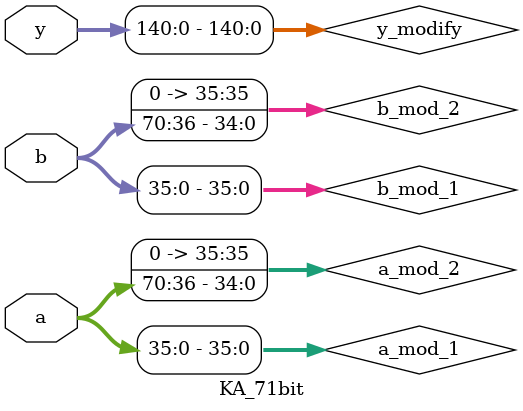
<source format=v>
`timescale 1ns / 1ps

module KA_71bit(
    a,
    b,
    y
    );

input [70:0] a;
input [70:0] b;

input [140:0] y;


wire [35:0] a_mod_1; //36
wire [35:0] b_mod_1; //36
wire [70:0] y_mod_1;  //71

wire [35:0] a_mod_2; //36
wire [35:0] b_mod_2; //36
wire [70:0] y_mod_2; //71

wire [35:0] a_mod_3; //36
wire [35:0] b_mod_3; //36
wire [70:0] y_mod_3; //71

wire [70:0] B1_out1, B1_out2, B1_out3;

wire [142:0] y_modify;


KA_36bit bit_mod_1 (.y(y_mod_1), .a(a_mod_1), .b(b_mod_1));
KA_36bit bit_mod_2 (.y(y_mod_2), .a(a_mod_2), .b(b_mod_2));
KA_36bit bit_mod_3 (.y(y_mod_3), .a(a_mod_3), .b(b_mod_3));

assign a_mod_1 = a[35:0], b_mod_1 = b[35:0];

assign a_mod_2 = {1'b0, a[70:36]}, b_mod_2 = {1'b0, b[70:36]};

assign a_mod_3 = a[35:0]^{1'b0, a[70:36]}, b_mod_3 = b[35:0]^{1'b0, b[70:36]};



assign B1_out1 = y_mod_1;

assign B1_out2 = y_mod_1 ^ y_mod_2 ^ y_mod_3 ;

assign B1_out3 = y_mod_2;


overlap_module_71bit ov_mod (
        .B2_in1(B1_out1),
        .B2_in2(B1_out2),
        .B2_in3(B1_out3),
        .B2_out(y_modify)
        );

assign y = y_modify[140:0];

endmodule
</source>
